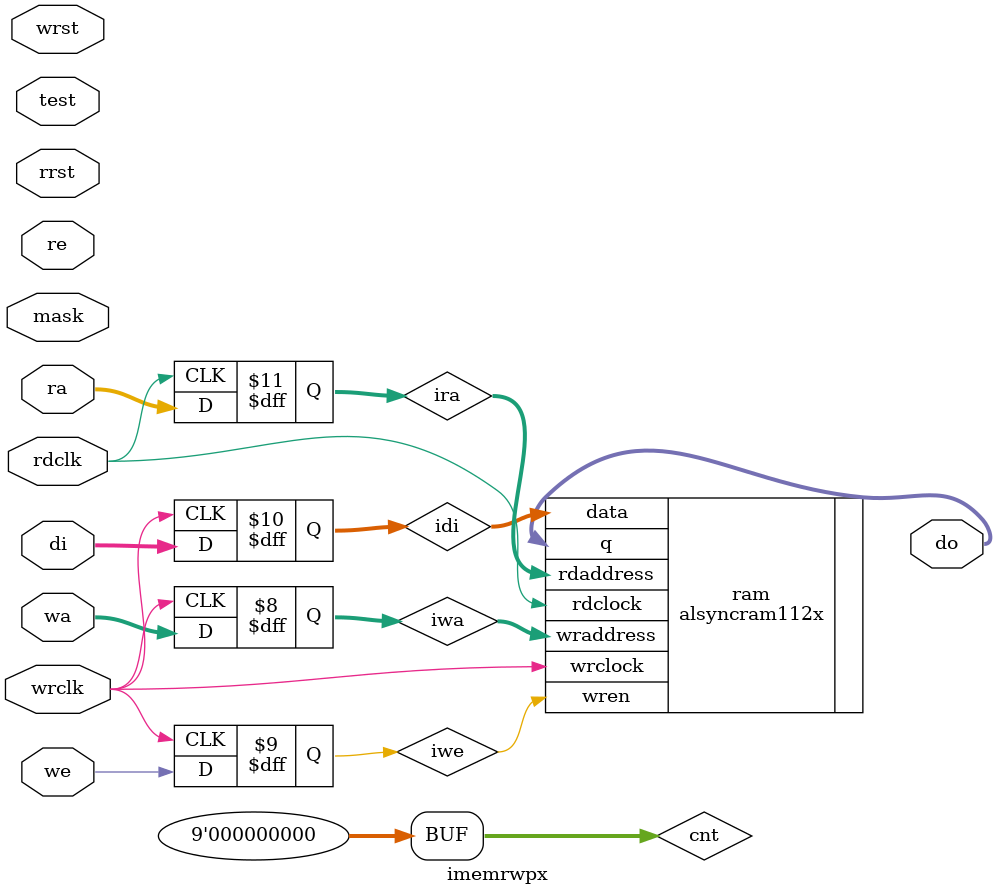
<source format=v>

module imemrwpx
    (
     wrst,
     wrclk,
     wa,
     we,
     di,

     rrst,
     rdclk,
     ra,
     re,
     do,
     
     test,
     mask
     );

parameter ADDRBIT = 9;
parameter DEPTH   = 512;
parameter WIDTH   = 32;
parameter TYPE = "AUTO";        //This parameter is for synthesis only (Do not remove)
parameter MAXDEPTH = 0;
parameter MEM_RESET = "OFF";
parameter NUMCLK= 1;// 1 is one clock domain, 2 is two clock domain

input               wrst;
input               wrclk;
input [ADDRBIT-1:0] wa;     // @+wrclk
input               we;     // @+wrclk
input [WIDTH-1:0]   di;     // @+wrclk

input               rrst;
input               rdclk;
input [ADDRBIT-1:0] ra;     // @+rdclk
input               re;
output [WIDTH-1:0]  do;     // @+rdclk

input               test;
input               mask;

(* KEEP = "true" *) reg [ADDRBIT-1:0]   iwa = {ADDRBIT{1'b0}};    // @+wrclk
(* KEEP = "true" *) reg                 iwe = 1'b0;    // @+wrclk
(* KEEP = "true" *) reg [WIDTH-1:0]     idi = {WIDTH{1'b0}};    // @+wrclk

(* KEEP = "true" *) reg [ADDRBIT-1:0]   ira = {ADDRBIT{1'b0}};    // @+wrclk

(* KEEP = "true" *) reg [ADDRBIT-1:0]   cnt = {ADDRBIT{1'b0}};

//wrapping logics
//write port
generate
if (MEM_RESET == "ON")
    begin: on_reset
always @ (posedge wrclk)
    if (wrst)
        begin
        cnt <= cnt + 1'b1;      
        iwa <= cnt;
        iwe <= 1'b1;
        idi <= {WIDTH{1'b0}};
        end
    else
        begin
        cnt <= {ADDRBIT{1'b0}};
        iwa <= wa;
        iwe <= we;
        idi <= di;
        end
    end
else
    begin: off_reset
always @ (posedge wrclk)
        begin
        iwe <= we;
        iwa <= wa;
        idi <= di;
        end
    end
endgenerate

//read port
always @ (posedge rdclk) ira <= ra;

// Memory instant
`ifdef  RTL_SIMULATION
reg                 ire = {1{1'b0}};
wire [WIDTH-1:0]    ido;
reg [WIDTH-1:0]     do = {WIDTH{1'b0}};     // @+rdclk
always @ (posedge rdclk)  
    begin
    ire <= re;
    do <= ido;
    end
iramrwpx #(ADDRBIT,DEPTH,WIDTH) ram (wrclk,iwa,iwe,idi,rdclk,ira,ire,ido,test,mask);

`else
alsyncram112x #(ADDRBIT,DEPTH,WIDTH,TYPE, MAXDEPTH) ram
    (
    .data(idi),
    .wren(iwe),
    .wraddress(iwa),
    .rdaddress(ira),
    .wrclock(wrclk),
    .rdclock(rdclk),
    .q(do));
`endif

endmodule

</source>
